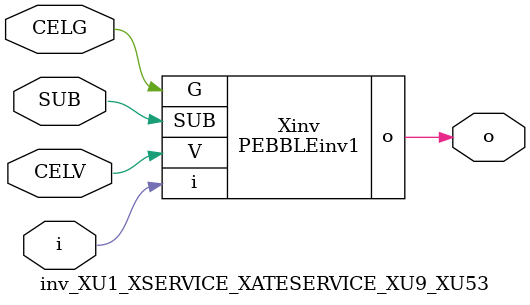
<source format=v>



module PEBBLEinv1 ( o, G, SUB, V, i );

  input V;
  input i;
  input G;
  output o;
  input SUB;
endmodule

//Celera Confidential Do Not Copy inv_XU1_XSERVICE_XATESERVICE_XU9_XU53
//Celera Confidential Symbol Generator
//5V Inverter
module inv_XU1_XSERVICE_XATESERVICE_XU9_XU53 (CELV,CELG,i,o,SUB);
input CELV;
input CELG;
input i;
input SUB;
output o;

//Celera Confidential Do Not Copy inv
PEBBLEinv1 Xinv(
.V (CELV),
.i (i),
.o (o),
.SUB (SUB),
.G (CELG)
);
//,diesize,PEBBLEinv1

//Celera Confidential Do Not Copy Module End
//Celera Schematic Generator
endmodule

</source>
